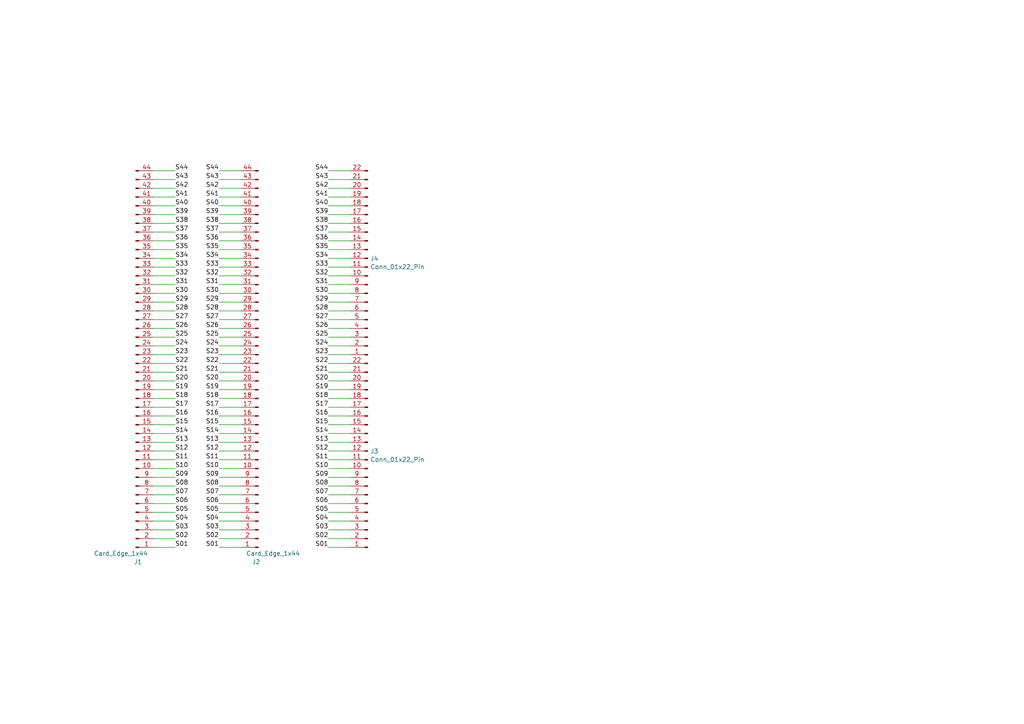
<source format=kicad_sch>
(kicad_sch (version 20231120) (generator "eeschema") (generator_version "8.0")
  (paper "A4")
  (title_block (title "Korg PS Synth Card Extender") (date "2024-07-23") (rev "1") (company "David Kaiser <dkaiser@dkaiser.org>") (comment 1 "Created with 'Korg PS-3x00 KLM Cards' template: https://github.com/ddkaiser/pscards"))
  (lib_symbols
    (symbol "Connector:Conn_01x22_Pin" (pin_names (offset 1.016) hide)
      (property "Reference" "J" (at 0 27.94 0))
      (property "Value" "Conn_01x22_Pin" (at 0 -30.48 0))
      (symbol "Conn_01x22_Pin_1_1"
        (polyline (pts (xy 1.27 -27.94) (xy 0.8636 -27.94)) (stroke (width 0.1524)))
        (polyline (pts (xy 1.27 -25.4) (xy 0.8636 -25.4)) (stroke (width 0.1524)))
        (polyline (pts (xy 1.27 -22.86) (xy 0.8636 -22.86)) (stroke (width 0.1524)))
        (polyline (pts (xy 1.27 -20.32) (xy 0.8636 -20.32)) (stroke (width 0.1524)))
        (polyline (pts (xy 1.27 -17.78) (xy 0.8636 -17.78)) (stroke (width 0.1524)))
        (polyline (pts (xy 1.27 -15.24) (xy 0.8636 -15.24)) (stroke (width 0.1524)))
        (polyline (pts (xy 1.27 -12.7) (xy 0.8636 -12.7)) (stroke (width 0.1524)))
        (polyline (pts (xy 1.27 -10.16) (xy 0.8636 -10.16)) (stroke (width 0.1524)))
        (polyline (pts (xy 1.27 -7.62) (xy 0.8636 -7.62)) (stroke (width 0.1524)))
        (polyline (pts (xy 1.27 -5.08) (xy 0.8636 -5.08)) (stroke (width 0.1524)))
        (polyline (pts (xy 1.27 -2.54) (xy 0.8636 -2.54)) (stroke (width 0.1524)))
        (polyline (pts (xy 1.27 0) (xy 0.8636 0)) (stroke (width 0.1524)))
        (polyline (pts (xy 1.27 2.54) (xy 0.8636 2.54)) (stroke (width 0.1524)))
        (polyline (pts (xy 1.27 5.08) (xy 0.8636 5.08)) (stroke (width 0.1524)))
        (polyline (pts (xy 1.27 7.62) (xy 0.8636 7.62)) (stroke (width 0.1524)))
        (polyline (pts (xy 1.27 10.16) (xy 0.8636 10.16)) (stroke (width 0.1524)))
        (polyline (pts (xy 1.27 12.7) (xy 0.8636 12.7)) (stroke (width 0.1524)))
        (polyline (pts (xy 1.27 15.24) (xy 0.8636 15.24)) (stroke (width 0.1524)))
        (polyline (pts (xy 1.27 17.78) (xy 0.8636 17.78)) (stroke (width 0.1524)))
        (polyline (pts (xy 1.27 20.32) (xy 0.8636 20.32)) (stroke (width 0.1524)))
        (polyline (pts (xy 1.27 22.86) (xy 0.8636 22.86)) (stroke (width 0.1524)))
        (polyline (pts (xy 1.27 25.4) (xy 0.8636 25.4)) (stroke (width 0.1524)))
        (rectangle (start 0.8636 -27.813) (end 0 -28.067) (stroke (width 0.1524)) (fill (type outline)))
        (rectangle (start 0.8636 -25.273) (end 0 -25.527) (stroke (width 0.1524)) (fill (type outline)))
        (rectangle (start 0.8636 -22.733) (end 0 -22.987) (stroke (width 0.1524)) (fill (type outline)))
        (rectangle (start 0.8636 -20.193) (end 0 -20.447) (stroke (width 0.1524)) (fill (type outline)))
        (rectangle (start 0.8636 -17.653) (end 0 -17.907) (stroke (width 0.1524)) (fill (type outline)))
        (rectangle (start 0.8636 -15.113) (end 0 -15.367) (stroke (width 0.1524)) (fill (type outline)))
        (rectangle (start 0.8636 -12.573) (end 0 -12.827) (stroke (width 0.1524)) (fill (type outline)))
        (rectangle (start 0.8636 -10.033) (end 0 -10.287) (stroke (width 0.1524)) (fill (type outline)))
        (rectangle (start 0.8636 -7.493) (end 0 -7.747) (stroke (width 0.1524)) (fill (type outline)))
        (rectangle (start 0.8636 -4.953) (end 0 -5.207) (stroke (width 0.1524)) (fill (type outline)))
        (rectangle (start 0.8636 -2.413) (end 0 -2.667) (stroke (width 0.1524)) (fill (type outline)))
        (rectangle (start 0.8636 0.127) (end 0 -0.127) (stroke (width 0.1524)) (fill (type outline)))
        (rectangle (start 0.8636 2.667) (end 0 2.413) (stroke (width 0.1524)) (fill (type outline)))
        (rectangle (start 0.8636 5.207) (end 0 4.953) (stroke (width 0.1524)) (fill (type outline)))
        (rectangle (start 0.8636 7.747) (end 0 7.493) (stroke (width 0.1524)) (fill (type outline)))
        (rectangle (start 0.8636 10.287) (end 0 10.033) (stroke (width 0.1524)) (fill (type outline)))
        (rectangle (start 0.8636 12.827) (end 0 12.573) (stroke (width 0.1524)) (fill (type outline)))
        (rectangle (start 0.8636 15.367) (end 0 15.113) (stroke (width 0.1524)) (fill (type outline)))
        (rectangle (start 0.8636 17.907) (end 0 17.653) (stroke (width 0.1524)) (fill (type outline)))
        (rectangle (start 0.8636 20.447) (end 0 20.193) (stroke (width 0.1524)) (fill (type outline)))
        (rectangle (start 0.8636 22.987) (end 0 22.733) (stroke (width 0.1524)) (fill (type outline)))
        (rectangle (start 0.8636 25.527) (end 0 25.273) (stroke (width 0.1524)) (fill (type outline)))
        (pin passive line (at 5.08 25.4 180) (length 3.81) (name "Pin_1") (number "1"))
        (pin passive line (at 5.08 2.54 180) (length 3.81) (name "Pin_10") (number "10"))
        (pin passive line (at 5.08 0 180) (length 3.81) (name "Pin_11") (number "11"))
        (pin passive line (at 5.08 -2.54 180) (length 3.81) (name "Pin_12") (number "12"))
        (pin passive line (at 5.08 -5.08 180) (length 3.81) (name "Pin_13") (number "13"))
        (pin passive line (at 5.08 -7.62 180) (length 3.81) (name "Pin_14") (number "14"))
        (pin passive line (at 5.08 -10.16 180) (length 3.81) (name "Pin_15") (number "15"))
        (pin passive line (at 5.08 -12.7 180) (length 3.81) (name "Pin_16") (number "16"))
        (pin passive line (at 5.08 -15.24 180) (length 3.81) (name "Pin_17") (number "17"))
        (pin passive line (at 5.08 -17.78 180) (length 3.81) (name "Pin_18") (number "18"))
        (pin passive line (at 5.08 -20.32 180) (length 3.81) (name "Pin_19") (number "19"))
        (pin passive line (at 5.08 22.86 180) (length 3.81) (name "Pin_2") (number "2"))
        (pin passive line (at 5.08 -22.86 180) (length 3.81) (name "Pin_20") (number "20"))
        (pin passive line (at 5.08 -25.4 180) (length 3.81) (name "Pin_21") (number "21"))
        (pin passive line (at 5.08 -27.94 180) (length 3.81) (name "Pin_22") (number "22"))
        (pin passive line (at 5.08 20.32 180) (length 3.81) (name "Pin_3") (number "3"))
        (pin passive line (at 5.08 17.78 180) (length 3.81) (name "Pin_4") (number "4"))
        (pin passive line (at 5.08 15.24 180) (length 3.81) (name "Pin_5") (number "5"))
        (pin passive line (at 5.08 12.7 180) (length 3.81) (name "Pin_6") (number "6"))
        (pin passive line (at 5.08 10.16 180) (length 3.81) (name "Pin_7") (number "7"))
        (pin passive line (at 5.08 7.62 180) (length 3.81) (name "Pin_8") (number "8"))
        (pin passive line (at 5.08 5.08 180) (length 3.81) (name "Pin_9") (number "9"))
      )
    )
    (symbol "Korg PS-3x00 KLM Cards:Card_Edge_1x44" (pin_names (offset 1.016) hide)
      (property "Reference" "J1" (at 0.635 57.5607 0))
      (property "Value" "Card_Edge_1x44" (at 3.556 55.118 0))
      (symbol "Card_Edge_1x44_1_1"
        (polyline (pts (xy 1.27 -55.88) (xy 0.8636 -55.88)) (stroke (width 0.1524)))
        (polyline (pts (xy 1.27 -53.34) (xy 0.8636 -53.34)) (stroke (width 0.1524)))
        (polyline (pts (xy 1.27 -50.8) (xy 0.8636 -50.8)) (stroke (width 0.1524)))
        (polyline (pts (xy 1.27 -48.26) (xy 0.8636 -48.26)) (stroke (width 0.1524)))
        (polyline (pts (xy 1.27 -45.72) (xy 0.8636 -45.72)) (stroke (width 0.1524)))
        (polyline (pts (xy 1.27 -43.18) (xy 0.8636 -43.18)) (stroke (width 0.1524)))
        (polyline (pts (xy 1.27 -40.64) (xy 0.8636 -40.64)) (stroke (width 0.1524)))
        (polyline (pts (xy 1.27 -38.1) (xy 0.8636 -38.1)) (stroke (width 0.1524)))
        (polyline (pts (xy 1.27 -35.56) (xy 0.8636 -35.56)) (stroke (width 0.1524)))
        (polyline (pts (xy 1.27 -33.02) (xy 0.8636 -33.02)) (stroke (width 0.1524)))
        (polyline (pts (xy 1.27 -30.48) (xy 0.8636 -30.48)) (stroke (width 0.1524)))
        (polyline (pts (xy 1.27 -27.94) (xy 0.8636 -27.94)) (stroke (width 0.1524)))
        (polyline (pts (xy 1.27 -25.4) (xy 0.8636 -25.4)) (stroke (width 0.1524)))
        (polyline (pts (xy 1.27 -22.86) (xy 0.8636 -22.86)) (stroke (width 0.1524)))
        (polyline (pts (xy 1.27 -20.32) (xy 0.8636 -20.32)) (stroke (width 0.1524)))
        (polyline (pts (xy 1.27 -17.78) (xy 0.8636 -17.78)) (stroke (width 0.1524)))
        (polyline (pts (xy 1.27 -15.24) (xy 0.8636 -15.24)) (stroke (width 0.1524)))
        (polyline (pts (xy 1.27 -12.7) (xy 0.8636 -12.7)) (stroke (width 0.1524)))
        (polyline (pts (xy 1.27 -10.16) (xy 0.8636 -10.16)) (stroke (width 0.1524)))
        (polyline (pts (xy 1.27 -7.62) (xy 0.8636 -7.62)) (stroke (width 0.1524)))
        (polyline (pts (xy 1.27 -5.08) (xy 0.8636 -5.08)) (stroke (width 0.1524)))
        (polyline (pts (xy 1.27 -2.54) (xy 0.8636 -2.54)) (stroke (width 0.1524)))
        (polyline (pts (xy 1.27 0) (xy 0.8636 0)) (stroke (width 0.1524)))
        (polyline (pts (xy 1.27 2.54) (xy 0.8636 2.54)) (stroke (width 0.1524)))
        (polyline (pts (xy 1.27 5.08) (xy 0.8636 5.08)) (stroke (width 0.1524)))
        (polyline (pts (xy 1.27 7.62) (xy 0.8636 7.62)) (stroke (width 0.1524)))
        (polyline (pts (xy 1.27 10.16) (xy 0.8636 10.16)) (stroke (width 0.1524)))
        (polyline (pts (xy 1.27 12.7) (xy 0.8636 12.7)) (stroke (width 0.1524)))
        (polyline (pts (xy 1.27 15.24) (xy 0.8636 15.24)) (stroke (width 0.1524)))
        (polyline (pts (xy 1.27 17.78) (xy 0.8636 17.78)) (stroke (width 0.1524)))
        (polyline (pts (xy 1.27 20.32) (xy 0.8636 20.32)) (stroke (width 0.1524)))
        (polyline (pts (xy 1.27 22.86) (xy 0.8636 22.86)) (stroke (width 0.1524)))
        (polyline (pts (xy 1.27 25.4) (xy 0.8636 25.4)) (stroke (width 0.1524)))
        (polyline (pts (xy 1.27 27.94) (xy 0.8636 27.94)) (stroke (width 0.1524)))
        (polyline (pts (xy 1.27 30.48) (xy 0.8636 30.48)) (stroke (width 0.1524)))
        (polyline (pts (xy 1.27 33.02) (xy 0.8636 33.02)) (stroke (width 0.1524)))
        (polyline (pts (xy 1.27 35.56) (xy 0.8636 35.56)) (stroke (width 0.1524)))
        (polyline (pts (xy 1.27 38.1) (xy 0.8636 38.1)) (stroke (width 0.1524)))
        (polyline (pts (xy 1.27 40.64) (xy 0.8636 40.64)) (stroke (width 0.1524)))
        (polyline (pts (xy 1.27 43.18) (xy 0.8636 43.18)) (stroke (width 0.1524)))
        (polyline (pts (xy 1.27 45.72) (xy 0.8636 45.72)) (stroke (width 0.1524)))
        (polyline (pts (xy 1.27 48.26) (xy 0.8636 48.26)) (stroke (width 0.1524)))
        (polyline (pts (xy 1.27 50.8) (xy 0.8636 50.8)) (stroke (width 0.1524)))
        (polyline (pts (xy 1.27 53.34) (xy 0.8636 53.34)) (stroke (width 0.1524)))
        (rectangle (start 0.8636 -55.753) (end 0 -56.007) (stroke (width 0.1524)) (fill (type outline)))
        (rectangle (start 0.8636 -53.213) (end 0 -53.467) (stroke (width 0.1524)) (fill (type outline)))
        (rectangle (start 0.8636 -50.673) (end 0 -50.927) (stroke (width 0.1524)) (fill (type outline)))
        (rectangle (start 0.8636 -48.133) (end 0 -48.387) (stroke (width 0.1524)) (fill (type outline)))
        (rectangle (start 0.8636 -45.593) (end 0 -45.847) (stroke (width 0.1524)) (fill (type outline)))
        (rectangle (start 0.8636 -43.053) (end 0 -43.307) (stroke (width 0.1524)) (fill (type outline)))
        (rectangle (start 0.8636 -40.513) (end 0 -40.767) (stroke (width 0.1524)) (fill (type outline)))
        (rectangle (start 0.8636 -37.973) (end 0 -38.227) (stroke (width 0.1524)) (fill (type outline)))
        (rectangle (start 0.8636 -35.433) (end 0 -35.687) (stroke (width 0.1524)) (fill (type outline)))
        (rectangle (start 0.8636 -32.893) (end 0 -33.147) (stroke (width 0.1524)) (fill (type outline)))
        (rectangle (start 0.8636 -30.353) (end 0 -30.607) (stroke (width 0.1524)) (fill (type outline)))
        (rectangle (start 0.8636 -27.813) (end 0 -28.067) (stroke (width 0.1524)) (fill (type outline)))
        (rectangle (start 0.8636 -25.273) (end 0 -25.527) (stroke (width 0.1524)) (fill (type outline)))
        (rectangle (start 0.8636 -22.733) (end 0 -22.987) (stroke (width 0.1524)) (fill (type outline)))
        (rectangle (start 0.8636 -20.193) (end 0 -20.447) (stroke (width 0.1524)) (fill (type outline)))
        (rectangle (start 0.8636 -17.653) (end 0 -17.907) (stroke (width 0.1524)) (fill (type outline)))
        (rectangle (start 0.8636 -15.113) (end 0 -15.367) (stroke (width 0.1524)) (fill (type outline)))
        (rectangle (start 0.8636 -12.573) (end 0 -12.827) (stroke (width 0.1524)) (fill (type outline)))
        (rectangle (start 0.8636 -10.033) (end 0 -10.287) (stroke (width 0.1524)) (fill (type outline)))
        (rectangle (start 0.8636 -7.493) (end 0 -7.747) (stroke (width 0.1524)) (fill (type outline)))
        (rectangle (start 0.8636 -4.953) (end 0 -5.207) (stroke (width 0.1524)) (fill (type outline)))
        (rectangle (start 0.8636 -2.413) (end 0 -2.667) (stroke (width 0.1524)) (fill (type outline)))
        (rectangle (start 0.8636 0.127) (end 0 -0.127) (stroke (width 0.1524)) (fill (type outline)))
        (rectangle (start 0.8636 2.667) (end 0 2.413) (stroke (width 0.1524)) (fill (type outline)))
        (rectangle (start 0.8636 5.207) (end 0 4.953) (stroke (width 0.1524)) (fill (type outline)))
        (rectangle (start 0.8636 7.747) (end 0 7.493) (stroke (width 0.1524)) (fill (type outline)))
        (rectangle (start 0.8636 10.287) (end 0 10.033) (stroke (width 0.1524)) (fill (type outline)))
        (rectangle (start 0.8636 12.827) (end 0 12.573) (stroke (width 0.1524)) (fill (type outline)))
        (rectangle (start 0.8636 15.367) (end 0 15.113) (stroke (width 0.1524)) (fill (type outline)))
        (rectangle (start 0.8636 17.907) (end 0 17.653) (stroke (width 0.1524)) (fill (type outline)))
        (rectangle (start 0.8636 20.447) (end 0 20.193) (stroke (width 0.1524)) (fill (type outline)))
        (rectangle (start 0.8636 22.987) (end 0 22.733) (stroke (width 0.1524)) (fill (type outline)))
        (rectangle (start 0.8636 25.527) (end 0 25.273) (stroke (width 0.1524)) (fill (type outline)))
        (rectangle (start 0.8636 28.067) (end 0 27.813) (stroke (width 0.1524)) (fill (type outline)))
        (rectangle (start 0.8636 30.607) (end 0 30.353) (stroke (width 0.1524)) (fill (type outline)))
        (rectangle (start 0.8636 33.147) (end 0 32.893) (stroke (width 0.1524)) (fill (type outline)))
        (rectangle (start 0.8636 35.687) (end 0 35.433) (stroke (width 0.1524)) (fill (type outline)))
        (rectangle (start 0.8636 38.227) (end 0 37.973) (stroke (width 0.1524)) (fill (type outline)))
        (rectangle (start 0.8636 40.767) (end 0 40.513) (stroke (width 0.1524)) (fill (type outline)))
        (rectangle (start 0.8636 43.307) (end 0 43.053) (stroke (width 0.1524)) (fill (type outline)))
        (rectangle (start 0.8636 45.847) (end 0 45.593) (stroke (width 0.1524)) (fill (type outline)))
        (rectangle (start 0.8636 48.387) (end 0 48.133) (stroke (width 0.1524)) (fill (type outline)))
        (rectangle (start 0.8636 50.927) (end 0 50.673) (stroke (width 0.1524)) (fill (type outline)))
        (rectangle (start 0.8636 53.467) (end 0 53.213) (stroke (width 0.1524)) (fill (type outline)))
        (pin passive line (at 5.08 53.34 180) (length 3.81) (name "Pin_1") (number "1"))
        (pin passive line (at 5.08 30.48 180) (length 3.81) (name "Pin_10") (number "10"))
        (pin passive line (at 5.08 27.94 180) (length 3.81) (name "Pin_11") (number "11"))
        (pin passive line (at 5.08 25.4 180) (length 3.81) (name "Pin_12") (number "12"))
        (pin passive line (at 5.08 22.86 180) (length 3.81) (name "Pin_13") (number "13"))
        (pin passive line (at 5.08 20.32 180) (length 3.81) (name "Pin_14") (number "14"))
        (pin passive line (at 5.08 17.78 180) (length 3.81) (name "Pin_15") (number "15"))
        (pin passive line (at 5.08 15.24 180) (length 3.81) (name "Pin_16") (number "16"))
        (pin passive line (at 5.08 12.7 180) (length 3.81) (name "Pin_17") (number "17"))
        (pin passive line (at 5.08 10.16 180) (length 3.81) (name "Pin_18") (number "18"))
        (pin passive line (at 5.08 7.62 180) (length 3.81) (name "Pin_19") (number "19"))
        (pin passive line (at 5.08 50.8 180) (length 3.81) (name "Pin_2") (number "2"))
        (pin passive line (at 5.08 5.08 180) (length 3.81) (name "Pin_20") (number "20"))
        (pin passive line (at 5.08 2.54 180) (length 3.81) (name "Pin_21") (number "21"))
        (pin passive line (at 5.08 0 180) (length 3.81) (name "Pin_22") (number "22"))
        (pin passive line (at 5.08 -2.54 180) (length 3.81) (name "Pin_23") (number "23"))
        (pin passive line (at 5.08 -5.08 180) (length 3.81) (name "Pin_24") (number "24"))
        (pin passive line (at 5.08 -7.62 180) (length 3.81) (name "Pin_25") (number "25"))
        (pin passive line (at 5.08 -10.16 180) (length 3.81) (name "Pin_26") (number "26"))
        (pin passive line (at 5.08 -12.7 180) (length 3.81) (name "Pin_27") (number "27"))
        (pin passive line (at 5.08 -15.24 180) (length 3.81) (name "Pin_28") (number "28"))
        (pin passive line (at 5.08 -17.78 180) (length 3.81) (name "Pin_29") (number "29"))
        (pin passive line (at 5.08 48.26 180) (length 3.81) (name "Pin_3") (number "3"))
        (pin passive line (at 5.08 -20.32 180) (length 3.81) (name "Pin_30") (number "30"))
        (pin passive line (at 5.08 -22.86 180) (length 3.81) (name "Pin_31") (number "31"))
        (pin passive line (at 5.08 -25.4 180) (length 3.81) (name "Pin_32") (number "32"))
        (pin passive line (at 5.08 -27.94 180) (length 3.81) (name "Pin_33") (number "33"))
        (pin passive line (at 5.08 -30.48 180) (length 3.81) (name "Pin_34") (number "34"))
        (pin passive line (at 5.08 -33.02 180) (length 3.81) (name "Pin_35") (number "35"))
        (pin passive line (at 5.08 -35.56 180) (length 3.81) (name "Pin_36") (number "36"))
        (pin passive line (at 5.08 -38.1 180) (length 3.81) (name "Pin_37") (number "37"))
        (pin passive line (at 5.08 -40.64 180) (length 3.81) (name "Pin_38") (number "38"))
        (pin passive line (at 5.08 -43.18 180) (length 3.81) (name "Pin_39") (number "39"))
        (pin passive line (at 5.08 45.72 180) (length 3.81) (name "Pin_4") (number "4"))
        (pin passive line (at 5.08 -45.72 180) (length 3.81) (name "Pin_40") (number "40"))
        (pin passive line (at 5.08 -48.26 180) (length 3.81) (name "Pin_41") (number "41"))
        (pin passive line (at 5.08 -50.8 180) (length 3.81) (name "Pin_42") (number "42"))
        (pin passive line (at 5.08 -53.34 180) (length 3.81) (name "Pin_43") (number "43"))
        (pin passive line (at 5.08 -55.88 180) (length 3.81) (name "Pin_44") (number "44"))
        (pin passive line (at 5.08 43.18 180) (length 3.81) (name "Pin_5") (number "5"))
        (pin passive line (at 5.08 40.64 180) (length 3.81) (name "Pin_6") (number "6"))
        (pin passive line (at 5.08 38.1 180) (length 3.81) (name "Pin_7") (number "7"))
        (pin passive line (at 5.08 35.56 180) (length 3.81) (name "Pin_8") (number "8"))
        (pin passive line (at 5.08 33.02 180) (length 3.81) (name "Pin_9") (number "9"))
      )
    )
  )
  (wire (pts (xy 69.85 82.55) (xy 63.5 82.55)))
  (wire (pts (xy 69.85 143.51) (xy 63.5 143.51)))
  (wire (pts (xy 101.6 135.89) (xy 95.25 135.89)))
  (wire (pts (xy 44.45 62.23) (xy 50.8 62.23)))
  (wire (pts (xy 69.85 67.31) (xy 63.5 67.31)))
  (wire (pts (xy 101.6 74.93) (xy 95.25 74.93)))
  (wire (pts (xy 101.6 146.05) (xy 95.25 146.05)))
  (wire (pts (xy 101.6 138.43) (xy 95.25 138.43)))
  (wire (pts (xy 101.6 151.13) (xy 95.25 151.13)))
  (wire (pts (xy 44.45 105.41) (xy 50.8 105.41)))
  (wire (pts (xy 101.6 64.77) (xy 95.25 64.77)))
  (wire (pts (xy 101.6 49.53) (xy 95.25 49.53)))
  (wire (pts (xy 101.6 125.73) (xy 95.25 125.73)))
  (wire (pts (xy 44.45 158.75) (xy 50.8 158.75)))
  (wire (pts (xy 101.6 130.81) (xy 95.25 130.81)))
  (wire (pts (xy 44.45 72.39) (xy 50.8 72.39)))
  (wire (pts (xy 69.85 97.79) (xy 63.5 97.79)))
  (wire (pts (xy 44.45 54.61) (xy 50.8 54.61)))
  (wire (pts (xy 101.6 118.11) (xy 95.25 118.11)))
  (wire (pts (xy 101.6 105.41) (xy 95.25 105.41)))
  (wire (pts (xy 44.45 49.53) (xy 50.8 49.53)))
  (wire (pts (xy 44.45 146.05) (xy 50.8 146.05)))
  (wire (pts (xy 44.45 87.63) (xy 50.8 87.63)))
  (wire (pts (xy 101.6 115.57) (xy 95.25 115.57)))
  (wire (pts (xy 101.6 113.03) (xy 95.25 113.03)))
  (wire (pts (xy 44.45 85.09) (xy 50.8 85.09)))
  (wire (pts (xy 44.45 138.43) (xy 50.8 138.43)))
  (wire (pts (xy 44.45 156.21) (xy 50.8 156.21)))
  (wire (pts (xy 101.6 85.09) (xy 95.25 85.09)))
  (wire (pts (xy 44.45 95.25) (xy 50.8 95.25)))
  (wire (pts (xy 101.6 128.27) (xy 95.25 128.27)))
  (wire (pts (xy 44.45 143.51) (xy 50.8 143.51)))
  (wire (pts (xy 69.85 158.75) (xy 63.5 158.75)))
  (wire (pts (xy 69.85 85.09) (xy 63.5 85.09)))
  (wire (pts (xy 69.85 133.35) (xy 63.5 133.35)))
  (wire (pts (xy 101.6 67.31) (xy 95.25 67.31)))
  (wire (pts (xy 69.85 49.53) (xy 63.5 49.53)))
  (wire (pts (xy 69.85 62.23) (xy 63.5 62.23)))
  (wire (pts (xy 69.85 128.27) (xy 63.5 128.27)))
  (wire (pts (xy 101.6 52.07) (xy 95.25 52.07)))
  (wire (pts (xy 69.85 156.21) (xy 63.5 156.21)))
  (wire (pts (xy 101.6 90.17) (xy 95.25 90.17)))
  (wire (pts (xy 69.85 107.95) (xy 63.5 107.95)))
  (wire (pts (xy 69.85 72.39) (xy 63.5 72.39)))
  (wire (pts (xy 69.85 105.41) (xy 63.5 105.41)))
  (wire (pts (xy 69.85 151.13) (xy 63.5 151.13)))
  (wire (pts (xy 101.6 133.35) (xy 95.25 133.35)))
  (wire (pts (xy 69.85 54.61) (xy 63.5 54.61)))
  (wire (pts (xy 69.85 100.33) (xy 63.5 100.33)))
  (wire (pts (xy 101.6 95.25) (xy 95.25 95.25)))
  (wire (pts (xy 44.45 92.71) (xy 50.8 92.71)))
  (wire (pts (xy 44.45 64.77) (xy 50.8 64.77)))
  (wire (pts (xy 69.85 102.87) (xy 63.5 102.87)))
  (wire (pts (xy 44.45 128.27) (xy 50.8 128.27)))
  (wire (pts (xy 101.6 156.21) (xy 95.25 156.21)))
  (wire (pts (xy 69.85 77.47) (xy 63.5 77.47)))
  (wire (pts (xy 44.45 115.57) (xy 50.8 115.57)))
  (wire (pts (xy 69.85 57.15) (xy 63.5 57.15)))
  (wire (pts (xy 44.45 140.97) (xy 50.8 140.97)))
  (wire (pts (xy 44.45 59.69) (xy 50.8 59.69)))
  (wire (pts (xy 44.45 148.59) (xy 50.8 148.59)))
  (wire (pts (xy 69.85 52.07) (xy 63.5 52.07)))
  (wire (pts (xy 44.45 110.49) (xy 50.8 110.49)))
  (wire (pts (xy 69.85 92.71) (xy 63.5 92.71)))
  (wire (pts (xy 44.45 153.67) (xy 50.8 153.67)))
  (wire (pts (xy 101.6 59.69) (xy 95.25 59.69)))
  (wire (pts (xy 101.6 97.79) (xy 95.25 97.79)))
  (wire (pts (xy 101.6 140.97) (xy 95.25 140.97)))
  (wire (pts (xy 44.45 107.95) (xy 50.8 107.95)))
  (wire (pts (xy 69.85 64.77) (xy 63.5 64.77)))
  (wire (pts (xy 44.45 97.79) (xy 50.8 97.79)))
  (wire (pts (xy 69.85 80.01) (xy 63.5 80.01)))
  (wire (pts (xy 69.85 146.05) (xy 63.5 146.05)))
  (wire (pts (xy 44.45 102.87) (xy 50.8 102.87)))
  (wire (pts (xy 101.6 80.01) (xy 95.25 80.01)))
  (wire (pts (xy 69.85 123.19) (xy 63.5 123.19)))
  (wire (pts (xy 69.85 148.59) (xy 63.5 148.59)))
  (wire (pts (xy 101.6 148.59) (xy 95.25 148.59)))
  (wire (pts (xy 101.6 57.15) (xy 95.25 57.15)))
  (wire (pts (xy 101.6 120.65) (xy 95.25 120.65)))
  (wire (pts (xy 44.45 77.47) (xy 50.8 77.47)))
  (wire (pts (xy 44.45 57.15) (xy 50.8 57.15)))
  (wire (pts (xy 69.85 74.93) (xy 63.5 74.93)))
  (wire (pts (xy 44.45 100.33) (xy 50.8 100.33)))
  (wire (pts (xy 69.85 120.65) (xy 63.5 120.65)))
  (wire (pts (xy 44.45 125.73) (xy 50.8 125.73)))
  (wire (pts (xy 101.6 153.67) (xy 95.25 153.67)))
  (wire (pts (xy 69.85 140.97) (xy 63.5 140.97)))
  (wire (pts (xy 44.45 113.03) (xy 50.8 113.03)))
  (wire (pts (xy 69.85 138.43) (xy 63.5 138.43)))
  (wire (pts (xy 101.6 107.95) (xy 95.25 107.95)))
  (wire (pts (xy 69.85 130.81) (xy 63.5 130.81)))
  (wire (pts (xy 69.85 59.69) (xy 63.5 59.69)))
  (wire (pts (xy 101.6 82.55) (xy 95.25 82.55)))
  (wire (pts (xy 101.6 102.87) (xy 95.25 102.87)))
  (wire (pts (xy 101.6 72.39) (xy 95.25 72.39)))
  (wire (pts (xy 44.45 74.93) (xy 50.8 74.93)))
  (wire (pts (xy 44.45 67.31) (xy 50.8 67.31)))
  (wire (pts (xy 101.6 92.71) (xy 95.25 92.71)))
  (wire (pts (xy 101.6 158.75) (xy 95.25 158.75)))
  (wire (pts (xy 69.85 113.03) (xy 63.5 113.03)))
  (wire (pts (xy 69.85 153.67) (xy 63.5 153.67)))
  (wire (pts (xy 44.45 151.13) (xy 50.8 151.13)))
  (wire (pts (xy 69.85 69.85) (xy 63.5 69.85)))
  (wire (pts (xy 69.85 135.89) (xy 63.5 135.89)))
  (wire (pts (xy 69.85 90.17) (xy 63.5 90.17)))
  (wire (pts (xy 69.85 95.25) (xy 63.5 95.25)))
  (wire (pts (xy 44.45 80.01) (xy 50.8 80.01)))
  (wire (pts (xy 44.45 135.89) (xy 50.8 135.89)))
  (wire (pts (xy 101.6 62.23) (xy 95.25 62.23)))
  (wire (pts (xy 44.45 90.17) (xy 50.8 90.17)))
  (wire (pts (xy 69.85 115.57) (xy 63.5 115.57)))
  (wire (pts (xy 44.45 82.55) (xy 50.8 82.55)))
  (wire (pts (xy 44.45 52.07) (xy 50.8 52.07)))
  (wire (pts (xy 101.6 69.85) (xy 95.25 69.85)))
  (wire (pts (xy 44.45 120.65) (xy 50.8 120.65)))
  (wire (pts (xy 44.45 118.11) (xy 50.8 118.11)))
  (wire (pts (xy 44.45 133.35) (xy 50.8 133.35)))
  (wire (pts (xy 69.85 125.73) (xy 63.5 125.73)))
  (wire (pts (xy 44.45 69.85) (xy 50.8 69.85)))
  (wire (pts (xy 101.6 87.63) (xy 95.25 87.63)))
  (wire (pts (xy 101.6 110.49) (xy 95.25 110.49)))
  (wire (pts (xy 101.6 54.61) (xy 95.25 54.61)))
  (wire (pts (xy 101.6 143.51) (xy 95.25 143.51)))
  (wire (pts (xy 69.85 110.49) (xy 63.5 110.49)))
  (wire (pts (xy 44.45 130.81) (xy 50.8 130.81)))
  (wire (pts (xy 44.45 123.19) (xy 50.8 123.19)))
  (wire (pts (xy 101.6 123.19) (xy 95.25 123.19)))
  (wire (pts (xy 101.6 100.33) (xy 95.25 100.33)))
  (wire (pts (xy 69.85 118.11) (xy 63.5 118.11)))
  (wire (pts (xy 101.6 77.47) (xy 95.25 77.47)))
  (wire (pts (xy 69.85 87.63) (xy 63.5 87.63)))
  (label "S10" (at 63.5 135.89 180))
  (label "S12" (at 63.5 130.81 180))
  (label "S39" (at 95.25 62.23 180))
  (label "S33" (at 95.25 77.47 180))
  (label "S28" (at 63.5 90.17 180))
  (label "S42" (at 50.8 54.61 0))
  (label "S27" (at 95.25 92.71 180))
  (label "S43" (at 63.5 52.07 180))
  (label "S22" (at 95.25 105.41 180))
  (label "S21" (at 50.8 107.95 0))
  (label "S43" (at 50.8 52.07 0))
  (label "S36" (at 63.5 69.85 180))
  (label "S03" (at 50.8 153.67 0))
  (label "S23" (at 95.25 102.87 180))
  (label "S02" (at 95.25 156.21 180))
  (label "S09" (at 95.25 138.43 180))
  (label "S43" (at 95.25 52.07 180))
  (label "S21" (at 95.25 107.95 180))
  (label "S08" (at 95.25 140.97 180))
  (label "S22" (at 50.8 105.41 0))
  (label "S01" (at 63.5 158.75 180))
  (label "S19" (at 63.5 113.03 180))
  (label "S36" (at 50.8 69.85 0))
  (label "S40" (at 50.8 59.69 0))
  (label "S22" (at 63.5 105.41 180))
  (label "S38" (at 63.5 64.77 180))
  (label "S05" (at 50.8 148.59 0))
  (label "S08" (at 63.5 140.97 180))
  (label "S35" (at 63.5 72.39 180))
  (label "S44" (at 63.5 49.53 180))
  (label "S09" (at 63.5 138.43 180))
  (label "S17" (at 63.5 118.11 180))
  (label "S18" (at 95.25 115.57 180))
  (label "S34" (at 95.25 74.93 180))
  (label "S19" (at 50.8 113.03 0))
  (label "S29" (at 63.5 87.63 180))
  (label "S10" (at 50.8 135.89 0))
  (label "S15" (at 50.8 123.19 0))
  (label "S27" (at 63.5 92.71 180))
  (label "S30" (at 63.5 85.09 180))
  (label "S39" (at 63.5 62.23 180))
  (label "S41" (at 95.25 57.15 180))
  (label "S30" (at 95.25 85.09 180))
  (label "S16" (at 50.8 120.65 0))
  (label "S40" (at 63.5 59.69 180))
  (label "S19" (at 95.25 113.03 180))
  (label "S12" (at 50.8 130.81 0))
  (label "S03" (at 63.5 153.67 180))
  (label "S14" (at 63.5 125.73 180))
  (label "S35" (at 95.25 72.39 180))
  (label "S14" (at 95.25 125.73 180))
  (label "S06" (at 95.25 146.05 180))
  (label "S18" (at 63.5 115.57 180))
  (label "S07" (at 50.8 143.51 0))
  (label "S21" (at 63.5 107.95 180))
  (label "S16" (at 63.5 120.65 180))
  (label "S38" (at 50.8 64.77 0))
  (label "S42" (at 63.5 54.61 180))
  (label "S31" (at 50.8 82.55 0))
  (label "S25" (at 95.25 97.79 180))
  (label "S03" (at 95.25 153.67 180))
  (label "S37" (at 95.25 67.31 180))
  (label "S32" (at 63.5 80.01 180))
  (label "S08" (at 50.8 140.97 0))
  (label "S30" (at 50.8 85.09 0))
  (label "S04" (at 50.8 151.13 0))
  (label "S37" (at 63.5 67.31 180))
  (label "S14" (at 50.8 125.73 0))
  (label "S16" (at 95.25 120.65 180))
  (label "S41" (at 50.8 57.15 0))
  (label "S32" (at 95.25 80.01 180))
  (label "S05" (at 95.25 148.59 180))
  (label "S32" (at 50.8 80.01 0))
  (label "S05" (at 63.5 148.59 180))
  (label "S42" (at 95.25 54.61 180))
  (label "S10" (at 95.25 135.89 180))
  (label "S04" (at 95.25 151.13 180))
  (label "S26" (at 50.8 95.25 0))
  (label "S28" (at 95.25 90.17 180))
  (label "S29" (at 50.8 87.63 0))
  (label "S33" (at 63.5 77.47 180))
  (label "S40" (at 95.25 59.69 180))
  (label "S37" (at 50.8 67.31 0))
  (label "S35" (at 50.8 72.39 0))
  (label "S23" (at 50.8 102.87 0))
  (label "S24" (at 95.25 100.33 180))
  (label "S24" (at 50.8 100.33 0))
  (label "S20" (at 50.8 110.49 0))
  (label "S15" (at 95.25 123.19 180))
  (label "S09" (at 50.8 138.43 0))
  (label "S11" (at 63.5 133.35 180))
  (label "S12" (at 95.25 130.81 180))
  (label "S31" (at 95.25 82.55 180))
  (label "S20" (at 95.25 110.49 180))
  (label "S25" (at 63.5 97.79 180))
  (label "S28" (at 50.8 90.17 0))
  (label "S02" (at 63.5 156.21 180))
  (label "S17" (at 50.8 118.11 0))
  (label "S06" (at 50.8 146.05 0))
  (label "S07" (at 63.5 143.51 180))
  (label "S20" (at 63.5 110.49 180))
  (label "S13" (at 63.5 128.27 180))
  (label "S29" (at 95.25 87.63 180))
  (label "S36" (at 95.25 69.85 180))
  (label "S44" (at 50.8 49.53 0))
  (label "S13" (at 50.8 128.27 0))
  (label "S31" (at 63.5 82.55 180))
  (label "S15" (at 63.5 123.19 180))
  (label "S01" (at 50.8 158.75 0))
  (label "S23" (at 63.5 102.87 180))
  (label "S06" (at 63.5 146.05 180))
  (label "S33" (at 50.8 77.47 0))
  (label "S26" (at 95.25 95.25 180))
  (label "S11" (at 50.8 133.35 0))
  (label "S44" (at 95.25 49.53 180))
  (label "S01" (at 95.25 158.75 180))
  (label "S39" (at 50.8 62.23 0))
  (label "S38" (at 95.25 64.77 180))
  (label "S34" (at 63.5 74.93 180))
  (label "S13" (at 95.25 128.27 180))
  (label "S41" (at 63.5 57.15 180))
  (label "S07" (at 95.25 143.51 180))
  (label "S26" (at 63.5 95.25 180))
  (label "S11" (at 95.25 133.35 180))
  (label "S17" (at 95.25 118.11 180))
  (label "S18" (at 50.8 115.57 0))
  (label "S02" (at 50.8 156.21 0))
  (label "S34" (at 50.8 74.93 0))
  (label "S27" (at 50.8 92.71 0))
  (label "S04" (at 63.5 151.13 180))
  (label "S24" (at 63.5 100.33 180))
  (label "S25" (at 50.8 97.79 0))
  (symbol (lib_id "Connector:Conn_01x22_Pin") (at 106.68 77.47 180) (unit 1)
    (property "Reference" "J4" (at 107.3912 74.9878 0) (effects (justify right)))
    (property "Value" "Conn_01x22_Pin" (at 107.3912 77.4121 0) (effects (justify right)))
    (property "Footprint" "Korg PS-3x00 KLM Cards:Molex_KK-396_A-41791-0022_1x22_P3.96mm_Vertical" (effects (hide yes)))
    (property "Datasheet" "https://www.molex.com/en-us/products/part-detail/26481240?display=pdf" (effects (hide yes)))
    (property "Description" "Generic connector, single row, 01x22, script generated" (effects (hide yes)))
    (property "Vendor 1 Page" "https://www.digikey.com/en/products/detail/molex/0026481240/3159248" (effects (hide yes)))
    (instances (project "card-extender" (path "" (reference "J4") (unit 1)) (path "" (reference "J8") (unit 1))))
  )
  (symbol (lib_id "Korg PS-3x00 KLM Cards:Card_Edge_1x44") (at 74.93 105.41 180) (unit 1)
    (property "Reference" "J2" (at 74.295 162.9707 0))
    (property "Value" "Card_Edge_1x44" (at 71.374 160.528 0) (effects (justify right)))
    (property "Footprint" "Korg PS-3x00 KLM Cards:CardEdge-2x22_2.18x9.75mm_P3.96mm" (effects (hide yes)))
    (property "Datasheet" "https://s3.amazonaws.com/catalogspreads-pdf/PAGE74-75%20.156%20LP%20DS%20EYE%20RA.pdf" (effects (hide yes)))
    (property "Description" "\"Card-Edge connector, two of 22\"" (effects (hide yes)))
    (property "Vendor 1 Page" "https://www.digikey.com/en/products/detail/sullins-connector-solutions/EBM22DREH/927303" (effects (hide yes)))
    (instances (project "card-extender" (path "" (reference "J2") (unit 1)) (path "" (reference "J6") (unit 1))))
  )
  (symbol (lib_id "Korg PS-3x00 KLM Cards:Card_Edge_1x44") (at 39.37 105.41 0) (mirror x) (unit 1)
    (property "Reference" "J1" (at 40.005 162.9707 0))
    (property "Value" "Card_Edge_1x44" (at 42.926 160.528 0) (effects (justify right)))
    (property "Footprint" "Korg PS-3x00 KLM Cards:CardEdge-2x22_2.18x9.75mm_P3.96mm" (effects (hide yes)))
    (property "Datasheet" "https://s3.amazonaws.com/catalogspreads-pdf/PAGE74-75%20.156%20LP%20DS%20EYE%20RA.pdf" (effects (hide yes)))
    (property "Description" "\"Card-Edge connector, two of 22\"" (effects (hide yes)))
    (property "Vendor 1 Page" "https://www.digikey.com/en/products/detail/sullins-connector-solutions/EBM22DREH/927303" (effects (hide yes)))
    (instances (project "card-extender" (path "" (reference "J1") (unit 1)) (path "" (reference "J5") (unit 1))))
  )
  (symbol (lib_id "Connector:Conn_01x22_Pin") (at 106.68 133.35 180) (unit 1)
    (property "Reference" "J3" (at 107.3912 130.8678 0) (effects (justify right)))
    (property "Value" "Conn_01x22_Pin" (at 107.3912 133.2921 0) (effects (justify right)))
    (property "Footprint" "Korg PS-3x00 KLM Cards:Molex_KK-396_A-41791-0022_1x22_P3.96mm_Vertical" (effects (hide yes)))
    (property "Datasheet" "https://www.molex.com/en-us/products/part-detail/26481240?display=pdf" (effects (hide yes)))
    (property "Description" "Generic connector, single row, 01x22, script generated" (effects (hide yes)))
    (property "Vendor 1 Page" "https://www.digikey.com/en/products/detail/molex/0026481240/3159248" (effects (hide yes)))
    (instances (project "card-extender" (path "" (reference "J3") (unit 1)) (path "" (reference "J7") (unit 1))))
  )
)
</source>
